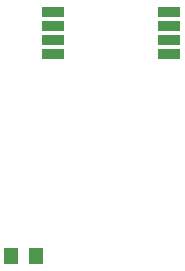
<source format=gbr>
G04 EAGLE Gerber RS-274X export*
G75*
%MOMM*%
%FSLAX34Y34*%
%LPD*%
%INSolderpaste Top*%
%IPPOS*%
%AMOC8*
5,1,8,0,0,1.08239X$1,22.5*%
G01*
%ADD10R,1.200000X1.400000*%
%ADD11R,1.930400X0.965200*%


D10*
X220154Y105500D03*
X199646Y105500D03*
D11*
X235200Y312600D03*
X235200Y300600D03*
X235200Y288600D03*
X235200Y276600D03*
X333200Y312600D03*
X333200Y300600D03*
X333200Y288600D03*
X333200Y276600D03*
M02*

</source>
